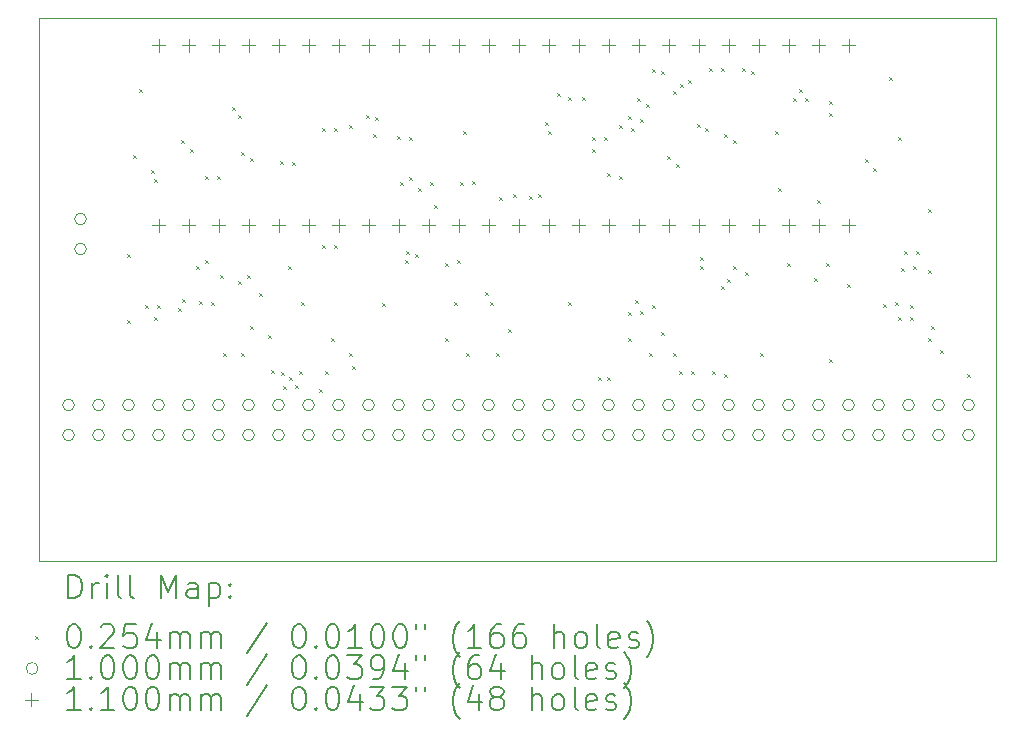
<source format=gbr>
%FSLAX45Y45*%
G04 Gerber Fmt 4.5, Leading zero omitted, Abs format (unit mm)*
G04 Created by KiCad (PCBNEW (6.0.5)) date 2024-08-24 22:29:05*
%MOMM*%
%LPD*%
G01*
G04 APERTURE LIST*
%TA.AperFunction,Profile*%
%ADD10C,0.100000*%
%TD*%
%ADD11C,0.200000*%
%ADD12C,0.025400*%
%ADD13C,0.100000*%
%ADD14C,0.110000*%
G04 APERTURE END LIST*
D10*
X16916400Y-11328400D02*
X8813800Y-11328400D01*
X16916400Y-11328400D02*
X16916400Y-6731000D01*
X16916400Y-6731000D02*
X8813800Y-6731000D01*
X8813800Y-11328400D02*
X8813800Y-6731000D01*
D11*
D12*
X9563100Y-8724900D02*
X9588500Y-8750300D01*
X9588500Y-8724900D02*
X9563100Y-8750300D01*
X9563100Y-9283700D02*
X9588500Y-9309100D01*
X9588500Y-9283700D02*
X9563100Y-9309100D01*
X9613900Y-7886700D02*
X9639300Y-7912100D01*
X9639300Y-7886700D02*
X9613900Y-7912100D01*
X9664700Y-7327900D02*
X9690100Y-7353300D01*
X9690100Y-7327900D02*
X9664700Y-7353300D01*
X9715500Y-9156700D02*
X9740900Y-9182100D01*
X9740900Y-9156700D02*
X9715500Y-9182100D01*
X9766300Y-8013700D02*
X9791700Y-8039100D01*
X9791700Y-8013700D02*
X9766300Y-8039100D01*
X9791700Y-8089900D02*
X9817100Y-8115300D01*
X9817100Y-8089900D02*
X9791700Y-8115300D01*
X9791700Y-9258300D02*
X9817100Y-9283700D01*
X9817100Y-9258300D02*
X9791700Y-9283700D01*
X9817100Y-9156700D02*
X9842500Y-9182100D01*
X9842500Y-9156700D02*
X9817100Y-9182100D01*
X9994900Y-9182100D02*
X10020300Y-9207500D01*
X10020300Y-9182100D02*
X9994900Y-9207500D01*
X10020300Y-7759700D02*
X10045700Y-7785100D01*
X10045700Y-7759700D02*
X10020300Y-7785100D01*
X10029948Y-9112004D02*
X10055348Y-9137404D01*
X10055348Y-9112004D02*
X10029948Y-9137404D01*
X10096500Y-7835900D02*
X10121900Y-7861300D01*
X10121900Y-7835900D02*
X10096500Y-7861300D01*
X10147300Y-8826500D02*
X10172700Y-8851900D01*
X10172700Y-8826500D02*
X10147300Y-8851900D01*
X10172700Y-9131138D02*
X10198100Y-9156538D01*
X10198100Y-9131138D02*
X10172700Y-9156538D01*
X10223500Y-8064500D02*
X10248900Y-8089900D01*
X10248900Y-8064500D02*
X10223500Y-8089900D01*
X10223500Y-8775700D02*
X10248900Y-8801100D01*
X10248900Y-8775700D02*
X10223500Y-8801100D01*
X10274300Y-9131300D02*
X10299700Y-9156700D01*
X10299700Y-9131300D02*
X10274300Y-9156700D01*
X10325100Y-8064500D02*
X10350500Y-8089900D01*
X10350500Y-8064500D02*
X10325100Y-8089900D01*
X10350500Y-8902700D02*
X10375900Y-8928100D01*
X10375900Y-8902700D02*
X10350500Y-8928100D01*
X10375900Y-9563100D02*
X10401300Y-9588500D01*
X10401300Y-9563100D02*
X10375900Y-9588500D01*
X10452100Y-7480300D02*
X10477500Y-7505700D01*
X10477500Y-7480300D02*
X10452100Y-7505700D01*
X10502900Y-7550520D02*
X10528300Y-7575920D01*
X10528300Y-7550520D02*
X10502900Y-7575920D01*
X10502900Y-8953500D02*
X10528300Y-8978900D01*
X10528300Y-8953500D02*
X10502900Y-8978900D01*
X10528300Y-7861300D02*
X10553700Y-7886700D01*
X10553700Y-7861300D02*
X10528300Y-7886700D01*
X10528300Y-9563100D02*
X10553700Y-9588500D01*
X10553700Y-9563100D02*
X10528300Y-9588500D01*
X10579100Y-8902700D02*
X10604500Y-8928100D01*
X10604500Y-8902700D02*
X10579100Y-8928100D01*
X10604500Y-7912100D02*
X10629900Y-7937500D01*
X10629900Y-7912100D02*
X10604500Y-7937500D01*
X10604500Y-9334500D02*
X10629900Y-9359900D01*
X10629900Y-9334500D02*
X10604500Y-9359900D01*
X10680700Y-9055100D02*
X10706100Y-9080500D01*
X10706100Y-9055100D02*
X10680700Y-9080500D01*
X10756900Y-9410700D02*
X10782300Y-9436100D01*
X10782300Y-9410700D02*
X10756900Y-9436100D01*
X10782300Y-9709520D02*
X10807700Y-9734920D01*
X10807700Y-9709520D02*
X10782300Y-9734920D01*
X10858500Y-7937500D02*
X10883900Y-7962900D01*
X10883900Y-7937500D02*
X10858500Y-7962900D01*
X10864604Y-9731252D02*
X10890004Y-9756652D01*
X10890004Y-9731252D02*
X10864604Y-9756652D01*
X10883900Y-9842500D02*
X10909300Y-9867900D01*
X10909300Y-9842500D02*
X10883900Y-9867900D01*
X10928880Y-8832480D02*
X10954280Y-8857880D01*
X10954280Y-8832480D02*
X10928880Y-8857880D01*
X10934700Y-9766300D02*
X10960100Y-9791700D01*
X10960100Y-9766300D02*
X10934700Y-9791700D01*
X10960100Y-7947129D02*
X10985500Y-7972529D01*
X10985500Y-7947129D02*
X10960100Y-7972529D01*
X10981626Y-9838626D02*
X11007026Y-9864026D01*
X11007026Y-9838626D02*
X10981626Y-9864026D01*
X11017676Y-9722276D02*
X11043076Y-9747676D01*
X11043076Y-9722276D02*
X11017676Y-9747676D01*
X11036300Y-9131300D02*
X11061700Y-9156700D01*
X11061700Y-9131300D02*
X11036300Y-9156700D01*
X11188700Y-9867900D02*
X11214100Y-9893300D01*
X11214100Y-9867900D02*
X11188700Y-9893300D01*
X11214100Y-7658100D02*
X11239500Y-7683500D01*
X11239500Y-7658100D02*
X11214100Y-7683500D01*
X11214100Y-8648700D02*
X11239500Y-8674100D01*
X11239500Y-8648700D02*
X11214100Y-8674100D01*
X11239500Y-9715500D02*
X11264900Y-9740900D01*
X11264900Y-9715500D02*
X11239500Y-9740900D01*
X11290300Y-9442080D02*
X11315700Y-9467480D01*
X11315700Y-9442080D02*
X11290300Y-9467480D01*
X11315700Y-7658100D02*
X11341100Y-7683500D01*
X11341100Y-7658100D02*
X11315700Y-7683500D01*
X11315700Y-8648700D02*
X11341100Y-8674100D01*
X11341100Y-8648700D02*
X11315700Y-8674100D01*
X11442700Y-7632700D02*
X11468100Y-7658100D01*
X11468100Y-7632700D02*
X11442700Y-7658100D01*
X11442700Y-9563100D02*
X11468100Y-9588500D01*
X11468100Y-9563100D02*
X11442700Y-9588500D01*
X11468320Y-9676621D02*
X11493720Y-9702021D01*
X11493720Y-9676621D02*
X11468320Y-9702021D01*
X11589637Y-7550198D02*
X11615037Y-7575598D01*
X11615037Y-7550198D02*
X11589637Y-7575598D01*
X11645900Y-7708900D02*
X11671300Y-7734300D01*
X11671300Y-7708900D02*
X11645900Y-7734300D01*
X11665480Y-7569940D02*
X11690880Y-7595340D01*
X11690880Y-7569940D02*
X11665480Y-7595340D01*
X11722100Y-9140929D02*
X11747500Y-9166329D01*
X11747500Y-9140929D02*
X11722100Y-9166329D01*
X11849100Y-7728330D02*
X11874500Y-7753730D01*
X11874500Y-7728330D02*
X11849100Y-7753730D01*
X11874500Y-8115300D02*
X11899900Y-8140700D01*
X11899900Y-8115300D02*
X11874500Y-8140700D01*
X11920171Y-8783520D02*
X11945571Y-8808920D01*
X11945571Y-8783520D02*
X11920171Y-8808920D01*
X11925300Y-8705318D02*
X11950700Y-8730718D01*
X11950700Y-8705318D02*
X11925300Y-8730718D01*
X11950700Y-7734300D02*
X11976100Y-7759700D01*
X11976100Y-7734300D02*
X11950700Y-7759700D01*
X11952617Y-8080271D02*
X11978017Y-8105671D01*
X11978017Y-8080271D02*
X11952617Y-8105671D01*
X12001500Y-8724900D02*
X12026900Y-8750300D01*
X12026900Y-8724900D02*
X12001500Y-8750300D01*
X12026900Y-8166100D02*
X12052300Y-8191500D01*
X12052300Y-8166100D02*
X12026900Y-8191500D01*
X12128500Y-8115300D02*
X12153900Y-8140700D01*
X12153900Y-8115300D02*
X12128500Y-8140700D01*
X12160555Y-8311449D02*
X12185955Y-8336849D01*
X12185955Y-8311449D02*
X12160555Y-8336849D01*
X12255500Y-8801100D02*
X12280900Y-8826500D01*
X12280900Y-8801100D02*
X12255500Y-8826500D01*
X12255500Y-9442080D02*
X12280900Y-9467480D01*
X12280900Y-9442080D02*
X12255500Y-9467480D01*
X12331700Y-9131300D02*
X12357100Y-9156700D01*
X12357100Y-9131300D02*
X12331700Y-9156700D01*
X12357100Y-8775700D02*
X12382500Y-8801100D01*
X12382500Y-8775700D02*
X12357100Y-8801100D01*
X12382500Y-8115300D02*
X12407900Y-8140700D01*
X12407900Y-8115300D02*
X12382500Y-8140700D01*
X12407900Y-7689480D02*
X12433300Y-7714880D01*
X12433300Y-7689480D02*
X12407900Y-7714880D01*
X12433300Y-9563100D02*
X12458700Y-9588500D01*
X12458700Y-9563100D02*
X12433300Y-9588500D01*
X12486270Y-8109320D02*
X12511670Y-8134720D01*
X12511670Y-8109320D02*
X12486270Y-8134720D01*
X12591520Y-9052603D02*
X12616920Y-9078003D01*
X12616920Y-9052603D02*
X12591520Y-9078003D01*
X12636500Y-9131300D02*
X12661900Y-9156700D01*
X12661900Y-9131300D02*
X12636500Y-9156700D01*
X12687300Y-9563100D02*
X12712700Y-9588500D01*
X12712700Y-9563100D02*
X12687300Y-9588500D01*
X12712700Y-8242300D02*
X12738100Y-8267700D01*
X12738100Y-8242300D02*
X12712700Y-8267700D01*
X12788900Y-9359900D02*
X12814300Y-9385300D01*
X12814300Y-9359900D02*
X12788900Y-9385300D01*
X12833880Y-8222880D02*
X12859280Y-8248280D01*
X12859280Y-8222880D02*
X12833880Y-8248280D01*
X12965721Y-8236493D02*
X12991121Y-8261893D01*
X12991121Y-8236493D02*
X12965721Y-8261893D01*
X13042900Y-8222880D02*
X13068300Y-8248280D01*
X13068300Y-8222880D02*
X13042900Y-8248280D01*
X13097928Y-7613122D02*
X13123328Y-7638522D01*
X13123328Y-7613122D02*
X13097928Y-7638522D01*
X13131186Y-7684086D02*
X13156586Y-7709486D01*
X13156586Y-7684086D02*
X13131186Y-7709486D01*
X13200855Y-7368747D02*
X13226255Y-7394147D01*
X13226255Y-7368747D02*
X13200855Y-7394147D01*
X13296900Y-9131300D02*
X13322300Y-9156700D01*
X13322300Y-9131300D02*
X13296900Y-9156700D01*
X13297216Y-7403938D02*
X13322616Y-7429338D01*
X13322616Y-7403938D02*
X13297216Y-7429338D01*
X13411114Y-7403938D02*
X13436514Y-7429338D01*
X13436514Y-7403938D02*
X13411114Y-7429338D01*
X13500100Y-7734300D02*
X13525500Y-7759700D01*
X13525500Y-7734300D02*
X13500100Y-7759700D01*
X13500100Y-7835900D02*
X13525500Y-7861300D01*
X13525500Y-7835900D02*
X13500100Y-7861300D01*
X13548730Y-9772280D02*
X13574130Y-9797680D01*
X13574130Y-9772280D02*
X13548730Y-9797680D01*
X13601700Y-7734300D02*
X13627100Y-7759700D01*
X13627100Y-7734300D02*
X13601700Y-7759700D01*
X13627100Y-8039100D02*
X13652500Y-8064500D01*
X13652500Y-8039100D02*
X13627100Y-8064500D01*
X13627100Y-9772280D02*
X13652500Y-9797680D01*
X13652500Y-9772280D02*
X13627100Y-9797680D01*
X13728700Y-7632700D02*
X13754100Y-7658100D01*
X13754100Y-7632700D02*
X13728700Y-7658100D01*
X13728700Y-8064500D02*
X13754100Y-8089900D01*
X13754100Y-8064500D02*
X13728700Y-8089900D01*
X13804900Y-7556500D02*
X13830300Y-7581900D01*
X13830300Y-7556500D02*
X13804900Y-7581900D01*
X13804900Y-9217129D02*
X13830300Y-9242529D01*
X13830300Y-9217129D02*
X13804900Y-9242529D01*
X13804900Y-9442080D02*
X13830300Y-9467480D01*
X13830300Y-9442080D02*
X13804900Y-9467480D01*
X13830300Y-7658100D02*
X13855700Y-7683500D01*
X13855700Y-7658100D02*
X13830300Y-7683500D01*
X13866166Y-9117933D02*
X13891566Y-9143333D01*
X13891566Y-9117933D02*
X13866166Y-9143333D01*
X13881100Y-7404100D02*
X13906500Y-7429500D01*
X13906500Y-7404100D02*
X13881100Y-7429500D01*
X13906500Y-7587880D02*
X13931900Y-7613280D01*
X13931900Y-7587880D02*
X13906500Y-7613280D01*
X13906500Y-9207500D02*
X13931900Y-9232900D01*
X13931900Y-9207500D02*
X13906500Y-9232900D01*
X13957300Y-7454900D02*
X13982700Y-7480300D01*
X13982700Y-7454900D02*
X13957300Y-7480300D01*
X13982700Y-9563100D02*
X14008100Y-9588500D01*
X14008100Y-9563100D02*
X13982700Y-9588500D01*
X14006548Y-7165675D02*
X14031948Y-7191075D01*
X14031948Y-7165675D02*
X14006548Y-7191075D01*
X14008100Y-9156700D02*
X14033500Y-9182100D01*
X14033500Y-9156700D02*
X14008100Y-9182100D01*
X14084300Y-7175500D02*
X14109700Y-7200900D01*
X14109700Y-7175500D02*
X14084300Y-7200900D01*
X14084300Y-9385300D02*
X14109700Y-9410700D01*
X14109700Y-9385300D02*
X14084300Y-9410700D01*
X14135100Y-7901776D02*
X14160500Y-7927176D01*
X14160500Y-7901776D02*
X14135100Y-7927176D01*
X14186841Y-7345805D02*
X14212241Y-7371205D01*
X14212241Y-7345805D02*
X14186841Y-7371205D01*
X14187950Y-9563100D02*
X14213350Y-9588500D01*
X14213350Y-9563100D02*
X14187950Y-9588500D01*
X14211300Y-7962900D02*
X14236700Y-7988300D01*
X14236700Y-7962900D02*
X14211300Y-7988300D01*
X14236700Y-9715500D02*
X14262100Y-9740900D01*
X14262100Y-9715500D02*
X14236700Y-9740900D01*
X14243989Y-7289025D02*
X14269389Y-7314425D01*
X14269389Y-7289025D02*
X14243989Y-7314425D01*
X14312900Y-7251700D02*
X14338300Y-7277100D01*
X14338300Y-7251700D02*
X14312900Y-7277100D01*
X14338300Y-9715500D02*
X14363700Y-9740900D01*
X14363700Y-9715500D02*
X14338300Y-9740900D01*
X14385623Y-7631442D02*
X14411023Y-7656842D01*
X14411023Y-7631442D02*
X14385623Y-7656842D01*
X14414500Y-8750300D02*
X14439900Y-8775700D01*
X14439900Y-8750300D02*
X14414500Y-8775700D01*
X14414500Y-8828670D02*
X14439900Y-8854070D01*
X14439900Y-8828670D02*
X14414500Y-8854070D01*
X14459320Y-7658100D02*
X14484720Y-7683500D01*
X14484720Y-7658100D02*
X14459320Y-7683500D01*
X14488530Y-7150100D02*
X14513930Y-7175500D01*
X14513930Y-7150100D02*
X14488530Y-7175500D01*
X14516100Y-9715500D02*
X14541500Y-9740900D01*
X14541500Y-9715500D02*
X14516100Y-9740900D01*
X14592300Y-7150100D02*
X14617700Y-7175500D01*
X14617700Y-7150100D02*
X14592300Y-7175500D01*
X14596032Y-9000568D02*
X14621432Y-9025968D01*
X14621432Y-9000568D02*
X14596032Y-9025968D01*
X14617700Y-7708900D02*
X14643100Y-7734300D01*
X14643100Y-7708900D02*
X14617700Y-7734300D01*
X14617700Y-9740900D02*
X14643100Y-9766300D01*
X14643100Y-9740900D02*
X14617700Y-9766300D01*
X14645795Y-8940024D02*
X14671195Y-8965424D01*
X14671195Y-8940024D02*
X14645795Y-8965424D01*
X14693900Y-7759700D02*
X14719300Y-7785100D01*
X14719300Y-7759700D02*
X14693900Y-7785100D01*
X14693900Y-8826500D02*
X14719300Y-8851900D01*
X14719300Y-8826500D02*
X14693900Y-8851900D01*
X14770100Y-7150100D02*
X14795500Y-7175500D01*
X14795500Y-7150100D02*
X14770100Y-7175500D01*
X14795500Y-8877300D02*
X14820900Y-8902700D01*
X14820900Y-8877300D02*
X14795500Y-8902700D01*
X14846300Y-7175500D02*
X14871700Y-7200900D01*
X14871700Y-7175500D02*
X14846300Y-7200900D01*
X14922500Y-9563100D02*
X14947900Y-9588500D01*
X14947900Y-9563100D02*
X14922500Y-9588500D01*
X15049500Y-7683500D02*
X15074900Y-7708900D01*
X15074900Y-7683500D02*
X15049500Y-7708900D01*
X15074900Y-8166100D02*
X15100300Y-8191500D01*
X15100300Y-8166100D02*
X15074900Y-8191500D01*
X15151100Y-8801100D02*
X15176500Y-8826500D01*
X15176500Y-8801100D02*
X15151100Y-8826500D01*
X15201900Y-7404100D02*
X15227300Y-7429500D01*
X15227300Y-7404100D02*
X15201900Y-7429500D01*
X15252700Y-7327900D02*
X15278100Y-7353300D01*
X15278100Y-7327900D02*
X15252700Y-7353300D01*
X15303500Y-7404100D02*
X15328900Y-7429500D01*
X15328900Y-7404100D02*
X15303500Y-7429500D01*
X15379700Y-8928100D02*
X15405100Y-8953500D01*
X15405100Y-8928100D02*
X15379700Y-8953500D01*
X15405100Y-8267700D02*
X15430500Y-8293100D01*
X15430500Y-8267700D02*
X15405100Y-8293100D01*
X15481300Y-8801100D02*
X15506700Y-8826500D01*
X15506700Y-8801100D02*
X15481300Y-8826500D01*
X15506700Y-7429500D02*
X15532100Y-7454900D01*
X15532100Y-7429500D02*
X15506700Y-7454900D01*
X15506700Y-7531100D02*
X15532100Y-7556500D01*
X15532100Y-7531100D02*
X15506700Y-7556500D01*
X15506700Y-9613900D02*
X15532100Y-9639300D01*
X15532100Y-9613900D02*
X15506700Y-9639300D01*
X15659100Y-8978900D02*
X15684500Y-9004300D01*
X15684500Y-8978900D02*
X15659100Y-9004300D01*
X15811500Y-7925378D02*
X15836900Y-7950778D01*
X15836900Y-7925378D02*
X15811500Y-7950778D01*
X15877600Y-8003600D02*
X15903000Y-8029000D01*
X15903000Y-8003600D02*
X15877600Y-8029000D01*
X15963900Y-9150720D02*
X15989300Y-9176120D01*
X15989300Y-9150720D02*
X15963900Y-9176120D01*
X16014700Y-7226300D02*
X16040100Y-7251700D01*
X16040100Y-7226300D02*
X16014700Y-7251700D01*
X16065500Y-9131300D02*
X16090900Y-9156700D01*
X16090900Y-9131300D02*
X16065500Y-9156700D01*
X16090900Y-7734300D02*
X16116300Y-7759700D01*
X16116300Y-7734300D02*
X16090900Y-7759700D01*
X16090900Y-9258300D02*
X16116300Y-9283700D01*
X16116300Y-9258300D02*
X16090900Y-9283700D01*
X16119580Y-8847773D02*
X16144980Y-8873173D01*
X16144980Y-8847773D02*
X16119580Y-8873173D01*
X16141700Y-8699500D02*
X16167100Y-8724900D01*
X16167100Y-8699500D02*
X16141700Y-8724900D01*
X16192500Y-9156700D02*
X16217900Y-9182100D01*
X16217900Y-9156700D02*
X16192500Y-9182100D01*
X16192500Y-9258300D02*
X16217900Y-9283700D01*
X16217900Y-9258300D02*
X16192500Y-9283700D01*
X16217900Y-8826500D02*
X16243300Y-8851900D01*
X16243300Y-8826500D02*
X16217900Y-8851900D01*
X16243300Y-8699500D02*
X16268700Y-8724900D01*
X16268700Y-8699500D02*
X16243300Y-8724900D01*
X16344900Y-8343900D02*
X16370300Y-8369300D01*
X16370300Y-8343900D02*
X16344900Y-8369300D01*
X16344900Y-8863121D02*
X16370300Y-8888521D01*
X16370300Y-8863121D02*
X16344900Y-8888521D01*
X16344900Y-9436100D02*
X16370300Y-9461500D01*
X16370300Y-9436100D02*
X16344900Y-9461500D01*
X16370300Y-9334500D02*
X16395700Y-9359900D01*
X16395700Y-9334500D02*
X16370300Y-9359900D01*
X16446500Y-9537700D02*
X16471900Y-9563100D01*
X16471900Y-9537700D02*
X16446500Y-9563100D01*
X16675100Y-9740900D02*
X16700500Y-9766300D01*
X16700500Y-9740900D02*
X16675100Y-9766300D01*
D13*
X9117800Y-10007100D02*
G75*
G03*
X9117800Y-10007100I-50000J0D01*
G01*
X9117800Y-10261100D02*
G75*
G03*
X9117800Y-10261100I-50000J0D01*
G01*
X9219400Y-8432800D02*
G75*
G03*
X9219400Y-8432800I-50000J0D01*
G01*
X9219400Y-8686800D02*
G75*
G03*
X9219400Y-8686800I-50000J0D01*
G01*
X9371800Y-10007100D02*
G75*
G03*
X9371800Y-10007100I-50000J0D01*
G01*
X9371800Y-10261100D02*
G75*
G03*
X9371800Y-10261100I-50000J0D01*
G01*
X9625800Y-10007100D02*
G75*
G03*
X9625800Y-10007100I-50000J0D01*
G01*
X9625800Y-10261100D02*
G75*
G03*
X9625800Y-10261100I-50000J0D01*
G01*
X9879800Y-10007100D02*
G75*
G03*
X9879800Y-10007100I-50000J0D01*
G01*
X9879800Y-10261100D02*
G75*
G03*
X9879800Y-10261100I-50000J0D01*
G01*
X10133800Y-10007100D02*
G75*
G03*
X10133800Y-10007100I-50000J0D01*
G01*
X10133800Y-10261100D02*
G75*
G03*
X10133800Y-10261100I-50000J0D01*
G01*
X10387800Y-10007100D02*
G75*
G03*
X10387800Y-10007100I-50000J0D01*
G01*
X10387800Y-10261100D02*
G75*
G03*
X10387800Y-10261100I-50000J0D01*
G01*
X10641800Y-10007100D02*
G75*
G03*
X10641800Y-10007100I-50000J0D01*
G01*
X10641800Y-10261100D02*
G75*
G03*
X10641800Y-10261100I-50000J0D01*
G01*
X10895800Y-10007100D02*
G75*
G03*
X10895800Y-10007100I-50000J0D01*
G01*
X10895800Y-10261100D02*
G75*
G03*
X10895800Y-10261100I-50000J0D01*
G01*
X11149800Y-10007100D02*
G75*
G03*
X11149800Y-10007100I-50000J0D01*
G01*
X11149800Y-10261100D02*
G75*
G03*
X11149800Y-10261100I-50000J0D01*
G01*
X11403800Y-10007100D02*
G75*
G03*
X11403800Y-10007100I-50000J0D01*
G01*
X11403800Y-10261100D02*
G75*
G03*
X11403800Y-10261100I-50000J0D01*
G01*
X11657800Y-10007100D02*
G75*
G03*
X11657800Y-10007100I-50000J0D01*
G01*
X11657800Y-10261100D02*
G75*
G03*
X11657800Y-10261100I-50000J0D01*
G01*
X11911800Y-10007100D02*
G75*
G03*
X11911800Y-10007100I-50000J0D01*
G01*
X11911800Y-10261100D02*
G75*
G03*
X11911800Y-10261100I-50000J0D01*
G01*
X12165800Y-10007100D02*
G75*
G03*
X12165800Y-10007100I-50000J0D01*
G01*
X12165800Y-10261100D02*
G75*
G03*
X12165800Y-10261100I-50000J0D01*
G01*
X12419800Y-10007100D02*
G75*
G03*
X12419800Y-10007100I-50000J0D01*
G01*
X12419800Y-10261100D02*
G75*
G03*
X12419800Y-10261100I-50000J0D01*
G01*
X12673800Y-10007100D02*
G75*
G03*
X12673800Y-10007100I-50000J0D01*
G01*
X12673800Y-10261100D02*
G75*
G03*
X12673800Y-10261100I-50000J0D01*
G01*
X12927800Y-10007100D02*
G75*
G03*
X12927800Y-10007100I-50000J0D01*
G01*
X12927800Y-10261100D02*
G75*
G03*
X12927800Y-10261100I-50000J0D01*
G01*
X13181800Y-10007100D02*
G75*
G03*
X13181800Y-10007100I-50000J0D01*
G01*
X13181800Y-10261100D02*
G75*
G03*
X13181800Y-10261100I-50000J0D01*
G01*
X13435800Y-10007100D02*
G75*
G03*
X13435800Y-10007100I-50000J0D01*
G01*
X13435800Y-10261100D02*
G75*
G03*
X13435800Y-10261100I-50000J0D01*
G01*
X13689800Y-10007100D02*
G75*
G03*
X13689800Y-10007100I-50000J0D01*
G01*
X13689800Y-10261100D02*
G75*
G03*
X13689800Y-10261100I-50000J0D01*
G01*
X13943800Y-10007100D02*
G75*
G03*
X13943800Y-10007100I-50000J0D01*
G01*
X13943800Y-10261100D02*
G75*
G03*
X13943800Y-10261100I-50000J0D01*
G01*
X14197800Y-10007100D02*
G75*
G03*
X14197800Y-10007100I-50000J0D01*
G01*
X14197800Y-10261100D02*
G75*
G03*
X14197800Y-10261100I-50000J0D01*
G01*
X14451800Y-10007100D02*
G75*
G03*
X14451800Y-10007100I-50000J0D01*
G01*
X14451800Y-10261100D02*
G75*
G03*
X14451800Y-10261100I-50000J0D01*
G01*
X14705800Y-10007100D02*
G75*
G03*
X14705800Y-10007100I-50000J0D01*
G01*
X14705800Y-10261100D02*
G75*
G03*
X14705800Y-10261100I-50000J0D01*
G01*
X14959800Y-10007100D02*
G75*
G03*
X14959800Y-10007100I-50000J0D01*
G01*
X14959800Y-10261100D02*
G75*
G03*
X14959800Y-10261100I-50000J0D01*
G01*
X15213800Y-10007100D02*
G75*
G03*
X15213800Y-10007100I-50000J0D01*
G01*
X15213800Y-10261100D02*
G75*
G03*
X15213800Y-10261100I-50000J0D01*
G01*
X15467800Y-10007100D02*
G75*
G03*
X15467800Y-10007100I-50000J0D01*
G01*
X15467800Y-10261100D02*
G75*
G03*
X15467800Y-10261100I-50000J0D01*
G01*
X15721800Y-10007100D02*
G75*
G03*
X15721800Y-10007100I-50000J0D01*
G01*
X15721800Y-10261100D02*
G75*
G03*
X15721800Y-10261100I-50000J0D01*
G01*
X15975800Y-10007100D02*
G75*
G03*
X15975800Y-10007100I-50000J0D01*
G01*
X15975800Y-10261100D02*
G75*
G03*
X15975800Y-10261100I-50000J0D01*
G01*
X16229800Y-10007100D02*
G75*
G03*
X16229800Y-10007100I-50000J0D01*
G01*
X16229800Y-10261100D02*
G75*
G03*
X16229800Y-10261100I-50000J0D01*
G01*
X16483800Y-10007100D02*
G75*
G03*
X16483800Y-10007100I-50000J0D01*
G01*
X16483800Y-10261100D02*
G75*
G03*
X16483800Y-10261100I-50000J0D01*
G01*
X16737800Y-10007100D02*
G75*
G03*
X16737800Y-10007100I-50000J0D01*
G01*
X16737800Y-10261100D02*
G75*
G03*
X16737800Y-10261100I-50000J0D01*
G01*
D14*
X9829800Y-6904600D02*
X9829800Y-7014600D01*
X9774800Y-6959600D02*
X9884800Y-6959600D01*
X9829800Y-8428600D02*
X9829800Y-8538600D01*
X9774800Y-8483600D02*
X9884800Y-8483600D01*
X10083800Y-6904600D02*
X10083800Y-7014600D01*
X10028800Y-6959600D02*
X10138800Y-6959600D01*
X10083800Y-8428600D02*
X10083800Y-8538600D01*
X10028800Y-8483600D02*
X10138800Y-8483600D01*
X10337800Y-6904600D02*
X10337800Y-7014600D01*
X10282800Y-6959600D02*
X10392800Y-6959600D01*
X10337800Y-8428600D02*
X10337800Y-8538600D01*
X10282800Y-8483600D02*
X10392800Y-8483600D01*
X10591800Y-6904600D02*
X10591800Y-7014600D01*
X10536800Y-6959600D02*
X10646800Y-6959600D01*
X10591800Y-8428600D02*
X10591800Y-8538600D01*
X10536800Y-8483600D02*
X10646800Y-8483600D01*
X10845800Y-6904600D02*
X10845800Y-7014600D01*
X10790800Y-6959600D02*
X10900800Y-6959600D01*
X10845800Y-8428600D02*
X10845800Y-8538600D01*
X10790800Y-8483600D02*
X10900800Y-8483600D01*
X11099800Y-6904600D02*
X11099800Y-7014600D01*
X11044800Y-6959600D02*
X11154800Y-6959600D01*
X11099800Y-8428600D02*
X11099800Y-8538600D01*
X11044800Y-8483600D02*
X11154800Y-8483600D01*
X11353800Y-6904600D02*
X11353800Y-7014600D01*
X11298800Y-6959600D02*
X11408800Y-6959600D01*
X11353800Y-8428600D02*
X11353800Y-8538600D01*
X11298800Y-8483600D02*
X11408800Y-8483600D01*
X11607800Y-6904600D02*
X11607800Y-7014600D01*
X11552800Y-6959600D02*
X11662800Y-6959600D01*
X11607800Y-8428600D02*
X11607800Y-8538600D01*
X11552800Y-8483600D02*
X11662800Y-8483600D01*
X11861800Y-6904600D02*
X11861800Y-7014600D01*
X11806800Y-6959600D02*
X11916800Y-6959600D01*
X11861800Y-8428600D02*
X11861800Y-8538600D01*
X11806800Y-8483600D02*
X11916800Y-8483600D01*
X12115800Y-6904600D02*
X12115800Y-7014600D01*
X12060800Y-6959600D02*
X12170800Y-6959600D01*
X12115800Y-8428600D02*
X12115800Y-8538600D01*
X12060800Y-8483600D02*
X12170800Y-8483600D01*
X12369800Y-6904600D02*
X12369800Y-7014600D01*
X12314800Y-6959600D02*
X12424800Y-6959600D01*
X12369800Y-8428600D02*
X12369800Y-8538600D01*
X12314800Y-8483600D02*
X12424800Y-8483600D01*
X12623800Y-6904600D02*
X12623800Y-7014600D01*
X12568800Y-6959600D02*
X12678800Y-6959600D01*
X12623800Y-8428600D02*
X12623800Y-8538600D01*
X12568800Y-8483600D02*
X12678800Y-8483600D01*
X12877800Y-6904600D02*
X12877800Y-7014600D01*
X12822800Y-6959600D02*
X12932800Y-6959600D01*
X12877800Y-8428600D02*
X12877800Y-8538600D01*
X12822800Y-8483600D02*
X12932800Y-8483600D01*
X13131800Y-6904600D02*
X13131800Y-7014600D01*
X13076800Y-6959600D02*
X13186800Y-6959600D01*
X13131800Y-8428600D02*
X13131800Y-8538600D01*
X13076800Y-8483600D02*
X13186800Y-8483600D01*
X13385800Y-6904600D02*
X13385800Y-7014600D01*
X13330800Y-6959600D02*
X13440800Y-6959600D01*
X13385800Y-8428600D02*
X13385800Y-8538600D01*
X13330800Y-8483600D02*
X13440800Y-8483600D01*
X13639800Y-6904600D02*
X13639800Y-7014600D01*
X13584800Y-6959600D02*
X13694800Y-6959600D01*
X13639800Y-8428600D02*
X13639800Y-8538600D01*
X13584800Y-8483600D02*
X13694800Y-8483600D01*
X13893800Y-6904600D02*
X13893800Y-7014600D01*
X13838800Y-6959600D02*
X13948800Y-6959600D01*
X13893800Y-8428600D02*
X13893800Y-8538600D01*
X13838800Y-8483600D02*
X13948800Y-8483600D01*
X14147800Y-6904600D02*
X14147800Y-7014600D01*
X14092800Y-6959600D02*
X14202800Y-6959600D01*
X14147800Y-8428600D02*
X14147800Y-8538600D01*
X14092800Y-8483600D02*
X14202800Y-8483600D01*
X14401800Y-6904600D02*
X14401800Y-7014600D01*
X14346800Y-6959600D02*
X14456800Y-6959600D01*
X14401800Y-8428600D02*
X14401800Y-8538600D01*
X14346800Y-8483600D02*
X14456800Y-8483600D01*
X14655800Y-6904600D02*
X14655800Y-7014600D01*
X14600800Y-6959600D02*
X14710800Y-6959600D01*
X14655800Y-8428600D02*
X14655800Y-8538600D01*
X14600800Y-8483600D02*
X14710800Y-8483600D01*
X14909800Y-6904600D02*
X14909800Y-7014600D01*
X14854800Y-6959600D02*
X14964800Y-6959600D01*
X14909800Y-8428600D02*
X14909800Y-8538600D01*
X14854800Y-8483600D02*
X14964800Y-8483600D01*
X15163800Y-6904600D02*
X15163800Y-7014600D01*
X15108800Y-6959600D02*
X15218800Y-6959600D01*
X15163800Y-8428600D02*
X15163800Y-8538600D01*
X15108800Y-8483600D02*
X15218800Y-8483600D01*
X15417800Y-6904600D02*
X15417800Y-7014600D01*
X15362800Y-6959600D02*
X15472800Y-6959600D01*
X15417800Y-8428600D02*
X15417800Y-8538600D01*
X15362800Y-8483600D02*
X15472800Y-8483600D01*
X15671800Y-6904600D02*
X15671800Y-7014600D01*
X15616800Y-6959600D02*
X15726800Y-6959600D01*
X15671800Y-8428600D02*
X15671800Y-8538600D01*
X15616800Y-8483600D02*
X15726800Y-8483600D01*
D11*
X9066419Y-11643876D02*
X9066419Y-11443876D01*
X9114038Y-11443876D01*
X9142610Y-11453400D01*
X9161657Y-11472448D01*
X9171181Y-11491495D01*
X9180705Y-11529590D01*
X9180705Y-11558162D01*
X9171181Y-11596257D01*
X9161657Y-11615305D01*
X9142610Y-11634352D01*
X9114038Y-11643876D01*
X9066419Y-11643876D01*
X9266419Y-11643876D02*
X9266419Y-11510543D01*
X9266419Y-11548638D02*
X9275943Y-11529590D01*
X9285467Y-11520067D01*
X9304514Y-11510543D01*
X9323562Y-11510543D01*
X9390229Y-11643876D02*
X9390229Y-11510543D01*
X9390229Y-11443876D02*
X9380705Y-11453400D01*
X9390229Y-11462924D01*
X9399752Y-11453400D01*
X9390229Y-11443876D01*
X9390229Y-11462924D01*
X9514038Y-11643876D02*
X9494990Y-11634352D01*
X9485467Y-11615305D01*
X9485467Y-11443876D01*
X9618800Y-11643876D02*
X9599752Y-11634352D01*
X9590229Y-11615305D01*
X9590229Y-11443876D01*
X9847371Y-11643876D02*
X9847371Y-11443876D01*
X9914038Y-11586733D01*
X9980705Y-11443876D01*
X9980705Y-11643876D01*
X10161657Y-11643876D02*
X10161657Y-11539114D01*
X10152133Y-11520067D01*
X10133086Y-11510543D01*
X10094990Y-11510543D01*
X10075943Y-11520067D01*
X10161657Y-11634352D02*
X10142610Y-11643876D01*
X10094990Y-11643876D01*
X10075943Y-11634352D01*
X10066419Y-11615305D01*
X10066419Y-11596257D01*
X10075943Y-11577209D01*
X10094990Y-11567686D01*
X10142610Y-11567686D01*
X10161657Y-11558162D01*
X10256895Y-11510543D02*
X10256895Y-11710543D01*
X10256895Y-11520067D02*
X10275943Y-11510543D01*
X10314038Y-11510543D01*
X10333086Y-11520067D01*
X10342610Y-11529590D01*
X10352133Y-11548638D01*
X10352133Y-11605781D01*
X10342610Y-11624828D01*
X10333086Y-11634352D01*
X10314038Y-11643876D01*
X10275943Y-11643876D01*
X10256895Y-11634352D01*
X10437848Y-11624828D02*
X10447371Y-11634352D01*
X10437848Y-11643876D01*
X10428324Y-11634352D01*
X10437848Y-11624828D01*
X10437848Y-11643876D01*
X10437848Y-11520067D02*
X10447371Y-11529590D01*
X10437848Y-11539114D01*
X10428324Y-11529590D01*
X10437848Y-11520067D01*
X10437848Y-11539114D01*
D12*
X8783400Y-11960700D02*
X8808800Y-11986100D01*
X8808800Y-11960700D02*
X8783400Y-11986100D01*
D11*
X9104514Y-11863876D02*
X9123562Y-11863876D01*
X9142610Y-11873400D01*
X9152133Y-11882924D01*
X9161657Y-11901971D01*
X9171181Y-11940067D01*
X9171181Y-11987686D01*
X9161657Y-12025781D01*
X9152133Y-12044828D01*
X9142610Y-12054352D01*
X9123562Y-12063876D01*
X9104514Y-12063876D01*
X9085467Y-12054352D01*
X9075943Y-12044828D01*
X9066419Y-12025781D01*
X9056895Y-11987686D01*
X9056895Y-11940067D01*
X9066419Y-11901971D01*
X9075943Y-11882924D01*
X9085467Y-11873400D01*
X9104514Y-11863876D01*
X9256895Y-12044828D02*
X9266419Y-12054352D01*
X9256895Y-12063876D01*
X9247371Y-12054352D01*
X9256895Y-12044828D01*
X9256895Y-12063876D01*
X9342610Y-11882924D02*
X9352133Y-11873400D01*
X9371181Y-11863876D01*
X9418800Y-11863876D01*
X9437848Y-11873400D01*
X9447371Y-11882924D01*
X9456895Y-11901971D01*
X9456895Y-11921019D01*
X9447371Y-11949590D01*
X9333086Y-12063876D01*
X9456895Y-12063876D01*
X9637848Y-11863876D02*
X9542610Y-11863876D01*
X9533086Y-11959114D01*
X9542610Y-11949590D01*
X9561657Y-11940067D01*
X9609276Y-11940067D01*
X9628324Y-11949590D01*
X9637848Y-11959114D01*
X9647371Y-11978162D01*
X9647371Y-12025781D01*
X9637848Y-12044828D01*
X9628324Y-12054352D01*
X9609276Y-12063876D01*
X9561657Y-12063876D01*
X9542610Y-12054352D01*
X9533086Y-12044828D01*
X9818800Y-11930543D02*
X9818800Y-12063876D01*
X9771181Y-11854352D02*
X9723562Y-11997209D01*
X9847371Y-11997209D01*
X9923562Y-12063876D02*
X9923562Y-11930543D01*
X9923562Y-11949590D02*
X9933086Y-11940067D01*
X9952133Y-11930543D01*
X9980705Y-11930543D01*
X9999752Y-11940067D01*
X10009276Y-11959114D01*
X10009276Y-12063876D01*
X10009276Y-11959114D02*
X10018800Y-11940067D01*
X10037848Y-11930543D01*
X10066419Y-11930543D01*
X10085467Y-11940067D01*
X10094990Y-11959114D01*
X10094990Y-12063876D01*
X10190229Y-12063876D02*
X10190229Y-11930543D01*
X10190229Y-11949590D02*
X10199752Y-11940067D01*
X10218800Y-11930543D01*
X10247371Y-11930543D01*
X10266419Y-11940067D01*
X10275943Y-11959114D01*
X10275943Y-12063876D01*
X10275943Y-11959114D02*
X10285467Y-11940067D01*
X10304514Y-11930543D01*
X10333086Y-11930543D01*
X10352133Y-11940067D01*
X10361657Y-11959114D01*
X10361657Y-12063876D01*
X10752133Y-11854352D02*
X10580705Y-12111495D01*
X11009276Y-11863876D02*
X11028324Y-11863876D01*
X11047371Y-11873400D01*
X11056895Y-11882924D01*
X11066419Y-11901971D01*
X11075943Y-11940067D01*
X11075943Y-11987686D01*
X11066419Y-12025781D01*
X11056895Y-12044828D01*
X11047371Y-12054352D01*
X11028324Y-12063876D01*
X11009276Y-12063876D01*
X10990229Y-12054352D01*
X10980705Y-12044828D01*
X10971181Y-12025781D01*
X10961657Y-11987686D01*
X10961657Y-11940067D01*
X10971181Y-11901971D01*
X10980705Y-11882924D01*
X10990229Y-11873400D01*
X11009276Y-11863876D01*
X11161657Y-12044828D02*
X11171181Y-12054352D01*
X11161657Y-12063876D01*
X11152133Y-12054352D01*
X11161657Y-12044828D01*
X11161657Y-12063876D01*
X11294990Y-11863876D02*
X11314038Y-11863876D01*
X11333086Y-11873400D01*
X11342609Y-11882924D01*
X11352133Y-11901971D01*
X11361657Y-11940067D01*
X11361657Y-11987686D01*
X11352133Y-12025781D01*
X11342609Y-12044828D01*
X11333086Y-12054352D01*
X11314038Y-12063876D01*
X11294990Y-12063876D01*
X11275943Y-12054352D01*
X11266419Y-12044828D01*
X11256895Y-12025781D01*
X11247371Y-11987686D01*
X11247371Y-11940067D01*
X11256895Y-11901971D01*
X11266419Y-11882924D01*
X11275943Y-11873400D01*
X11294990Y-11863876D01*
X11552133Y-12063876D02*
X11437848Y-12063876D01*
X11494990Y-12063876D02*
X11494990Y-11863876D01*
X11475943Y-11892448D01*
X11456895Y-11911495D01*
X11437848Y-11921019D01*
X11675943Y-11863876D02*
X11694990Y-11863876D01*
X11714038Y-11873400D01*
X11723562Y-11882924D01*
X11733086Y-11901971D01*
X11742609Y-11940067D01*
X11742609Y-11987686D01*
X11733086Y-12025781D01*
X11723562Y-12044828D01*
X11714038Y-12054352D01*
X11694990Y-12063876D01*
X11675943Y-12063876D01*
X11656895Y-12054352D01*
X11647371Y-12044828D01*
X11637848Y-12025781D01*
X11628324Y-11987686D01*
X11628324Y-11940067D01*
X11637848Y-11901971D01*
X11647371Y-11882924D01*
X11656895Y-11873400D01*
X11675943Y-11863876D01*
X11866419Y-11863876D02*
X11885467Y-11863876D01*
X11904514Y-11873400D01*
X11914038Y-11882924D01*
X11923562Y-11901971D01*
X11933086Y-11940067D01*
X11933086Y-11987686D01*
X11923562Y-12025781D01*
X11914038Y-12044828D01*
X11904514Y-12054352D01*
X11885467Y-12063876D01*
X11866419Y-12063876D01*
X11847371Y-12054352D01*
X11837848Y-12044828D01*
X11828324Y-12025781D01*
X11818800Y-11987686D01*
X11818800Y-11940067D01*
X11828324Y-11901971D01*
X11837848Y-11882924D01*
X11847371Y-11873400D01*
X11866419Y-11863876D01*
X12009276Y-11863876D02*
X12009276Y-11901971D01*
X12085467Y-11863876D02*
X12085467Y-11901971D01*
X12380705Y-12140067D02*
X12371181Y-12130543D01*
X12352133Y-12101971D01*
X12342609Y-12082924D01*
X12333086Y-12054352D01*
X12323562Y-12006733D01*
X12323562Y-11968638D01*
X12333086Y-11921019D01*
X12342609Y-11892448D01*
X12352133Y-11873400D01*
X12371181Y-11844828D01*
X12380705Y-11835305D01*
X12561657Y-12063876D02*
X12447371Y-12063876D01*
X12504514Y-12063876D02*
X12504514Y-11863876D01*
X12485467Y-11892448D01*
X12466419Y-11911495D01*
X12447371Y-11921019D01*
X12733086Y-11863876D02*
X12694990Y-11863876D01*
X12675943Y-11873400D01*
X12666419Y-11882924D01*
X12647371Y-11911495D01*
X12637848Y-11949590D01*
X12637848Y-12025781D01*
X12647371Y-12044828D01*
X12656895Y-12054352D01*
X12675943Y-12063876D01*
X12714038Y-12063876D01*
X12733086Y-12054352D01*
X12742609Y-12044828D01*
X12752133Y-12025781D01*
X12752133Y-11978162D01*
X12742609Y-11959114D01*
X12733086Y-11949590D01*
X12714038Y-11940067D01*
X12675943Y-11940067D01*
X12656895Y-11949590D01*
X12647371Y-11959114D01*
X12637848Y-11978162D01*
X12923562Y-11863876D02*
X12885467Y-11863876D01*
X12866419Y-11873400D01*
X12856895Y-11882924D01*
X12837848Y-11911495D01*
X12828324Y-11949590D01*
X12828324Y-12025781D01*
X12837848Y-12044828D01*
X12847371Y-12054352D01*
X12866419Y-12063876D01*
X12904514Y-12063876D01*
X12923562Y-12054352D01*
X12933086Y-12044828D01*
X12942609Y-12025781D01*
X12942609Y-11978162D01*
X12933086Y-11959114D01*
X12923562Y-11949590D01*
X12904514Y-11940067D01*
X12866419Y-11940067D01*
X12847371Y-11949590D01*
X12837848Y-11959114D01*
X12828324Y-11978162D01*
X13180705Y-12063876D02*
X13180705Y-11863876D01*
X13266419Y-12063876D02*
X13266419Y-11959114D01*
X13256895Y-11940067D01*
X13237848Y-11930543D01*
X13209276Y-11930543D01*
X13190228Y-11940067D01*
X13180705Y-11949590D01*
X13390228Y-12063876D02*
X13371181Y-12054352D01*
X13361657Y-12044828D01*
X13352133Y-12025781D01*
X13352133Y-11968638D01*
X13361657Y-11949590D01*
X13371181Y-11940067D01*
X13390228Y-11930543D01*
X13418800Y-11930543D01*
X13437848Y-11940067D01*
X13447371Y-11949590D01*
X13456895Y-11968638D01*
X13456895Y-12025781D01*
X13447371Y-12044828D01*
X13437848Y-12054352D01*
X13418800Y-12063876D01*
X13390228Y-12063876D01*
X13571181Y-12063876D02*
X13552133Y-12054352D01*
X13542609Y-12035305D01*
X13542609Y-11863876D01*
X13723562Y-12054352D02*
X13704514Y-12063876D01*
X13666419Y-12063876D01*
X13647371Y-12054352D01*
X13637848Y-12035305D01*
X13637848Y-11959114D01*
X13647371Y-11940067D01*
X13666419Y-11930543D01*
X13704514Y-11930543D01*
X13723562Y-11940067D01*
X13733086Y-11959114D01*
X13733086Y-11978162D01*
X13637848Y-11997209D01*
X13809276Y-12054352D02*
X13828324Y-12063876D01*
X13866419Y-12063876D01*
X13885467Y-12054352D01*
X13894990Y-12035305D01*
X13894990Y-12025781D01*
X13885467Y-12006733D01*
X13866419Y-11997209D01*
X13837848Y-11997209D01*
X13818800Y-11987686D01*
X13809276Y-11968638D01*
X13809276Y-11959114D01*
X13818800Y-11940067D01*
X13837848Y-11930543D01*
X13866419Y-11930543D01*
X13885467Y-11940067D01*
X13961657Y-12140067D02*
X13971181Y-12130543D01*
X13990228Y-12101971D01*
X13999752Y-12082924D01*
X14009276Y-12054352D01*
X14018800Y-12006733D01*
X14018800Y-11968638D01*
X14009276Y-11921019D01*
X13999752Y-11892448D01*
X13990228Y-11873400D01*
X13971181Y-11844828D01*
X13961657Y-11835305D01*
D13*
X8808800Y-12237400D02*
G75*
G03*
X8808800Y-12237400I-50000J0D01*
G01*
D11*
X9171181Y-12327876D02*
X9056895Y-12327876D01*
X9114038Y-12327876D02*
X9114038Y-12127876D01*
X9094990Y-12156448D01*
X9075943Y-12175495D01*
X9056895Y-12185019D01*
X9256895Y-12308828D02*
X9266419Y-12318352D01*
X9256895Y-12327876D01*
X9247371Y-12318352D01*
X9256895Y-12308828D01*
X9256895Y-12327876D01*
X9390229Y-12127876D02*
X9409276Y-12127876D01*
X9428324Y-12137400D01*
X9437848Y-12146924D01*
X9447371Y-12165971D01*
X9456895Y-12204067D01*
X9456895Y-12251686D01*
X9447371Y-12289781D01*
X9437848Y-12308828D01*
X9428324Y-12318352D01*
X9409276Y-12327876D01*
X9390229Y-12327876D01*
X9371181Y-12318352D01*
X9361657Y-12308828D01*
X9352133Y-12289781D01*
X9342610Y-12251686D01*
X9342610Y-12204067D01*
X9352133Y-12165971D01*
X9361657Y-12146924D01*
X9371181Y-12137400D01*
X9390229Y-12127876D01*
X9580705Y-12127876D02*
X9599752Y-12127876D01*
X9618800Y-12137400D01*
X9628324Y-12146924D01*
X9637848Y-12165971D01*
X9647371Y-12204067D01*
X9647371Y-12251686D01*
X9637848Y-12289781D01*
X9628324Y-12308828D01*
X9618800Y-12318352D01*
X9599752Y-12327876D01*
X9580705Y-12327876D01*
X9561657Y-12318352D01*
X9552133Y-12308828D01*
X9542610Y-12289781D01*
X9533086Y-12251686D01*
X9533086Y-12204067D01*
X9542610Y-12165971D01*
X9552133Y-12146924D01*
X9561657Y-12137400D01*
X9580705Y-12127876D01*
X9771181Y-12127876D02*
X9790229Y-12127876D01*
X9809276Y-12137400D01*
X9818800Y-12146924D01*
X9828324Y-12165971D01*
X9837848Y-12204067D01*
X9837848Y-12251686D01*
X9828324Y-12289781D01*
X9818800Y-12308828D01*
X9809276Y-12318352D01*
X9790229Y-12327876D01*
X9771181Y-12327876D01*
X9752133Y-12318352D01*
X9742610Y-12308828D01*
X9733086Y-12289781D01*
X9723562Y-12251686D01*
X9723562Y-12204067D01*
X9733086Y-12165971D01*
X9742610Y-12146924D01*
X9752133Y-12137400D01*
X9771181Y-12127876D01*
X9923562Y-12327876D02*
X9923562Y-12194543D01*
X9923562Y-12213590D02*
X9933086Y-12204067D01*
X9952133Y-12194543D01*
X9980705Y-12194543D01*
X9999752Y-12204067D01*
X10009276Y-12223114D01*
X10009276Y-12327876D01*
X10009276Y-12223114D02*
X10018800Y-12204067D01*
X10037848Y-12194543D01*
X10066419Y-12194543D01*
X10085467Y-12204067D01*
X10094990Y-12223114D01*
X10094990Y-12327876D01*
X10190229Y-12327876D02*
X10190229Y-12194543D01*
X10190229Y-12213590D02*
X10199752Y-12204067D01*
X10218800Y-12194543D01*
X10247371Y-12194543D01*
X10266419Y-12204067D01*
X10275943Y-12223114D01*
X10275943Y-12327876D01*
X10275943Y-12223114D02*
X10285467Y-12204067D01*
X10304514Y-12194543D01*
X10333086Y-12194543D01*
X10352133Y-12204067D01*
X10361657Y-12223114D01*
X10361657Y-12327876D01*
X10752133Y-12118352D02*
X10580705Y-12375495D01*
X11009276Y-12127876D02*
X11028324Y-12127876D01*
X11047371Y-12137400D01*
X11056895Y-12146924D01*
X11066419Y-12165971D01*
X11075943Y-12204067D01*
X11075943Y-12251686D01*
X11066419Y-12289781D01*
X11056895Y-12308828D01*
X11047371Y-12318352D01*
X11028324Y-12327876D01*
X11009276Y-12327876D01*
X10990229Y-12318352D01*
X10980705Y-12308828D01*
X10971181Y-12289781D01*
X10961657Y-12251686D01*
X10961657Y-12204067D01*
X10971181Y-12165971D01*
X10980705Y-12146924D01*
X10990229Y-12137400D01*
X11009276Y-12127876D01*
X11161657Y-12308828D02*
X11171181Y-12318352D01*
X11161657Y-12327876D01*
X11152133Y-12318352D01*
X11161657Y-12308828D01*
X11161657Y-12327876D01*
X11294990Y-12127876D02*
X11314038Y-12127876D01*
X11333086Y-12137400D01*
X11342609Y-12146924D01*
X11352133Y-12165971D01*
X11361657Y-12204067D01*
X11361657Y-12251686D01*
X11352133Y-12289781D01*
X11342609Y-12308828D01*
X11333086Y-12318352D01*
X11314038Y-12327876D01*
X11294990Y-12327876D01*
X11275943Y-12318352D01*
X11266419Y-12308828D01*
X11256895Y-12289781D01*
X11247371Y-12251686D01*
X11247371Y-12204067D01*
X11256895Y-12165971D01*
X11266419Y-12146924D01*
X11275943Y-12137400D01*
X11294990Y-12127876D01*
X11428324Y-12127876D02*
X11552133Y-12127876D01*
X11485467Y-12204067D01*
X11514038Y-12204067D01*
X11533086Y-12213590D01*
X11542609Y-12223114D01*
X11552133Y-12242162D01*
X11552133Y-12289781D01*
X11542609Y-12308828D01*
X11533086Y-12318352D01*
X11514038Y-12327876D01*
X11456895Y-12327876D01*
X11437848Y-12318352D01*
X11428324Y-12308828D01*
X11647371Y-12327876D02*
X11685467Y-12327876D01*
X11704514Y-12318352D01*
X11714038Y-12308828D01*
X11733086Y-12280257D01*
X11742609Y-12242162D01*
X11742609Y-12165971D01*
X11733086Y-12146924D01*
X11723562Y-12137400D01*
X11704514Y-12127876D01*
X11666419Y-12127876D01*
X11647371Y-12137400D01*
X11637848Y-12146924D01*
X11628324Y-12165971D01*
X11628324Y-12213590D01*
X11637848Y-12232638D01*
X11647371Y-12242162D01*
X11666419Y-12251686D01*
X11704514Y-12251686D01*
X11723562Y-12242162D01*
X11733086Y-12232638D01*
X11742609Y-12213590D01*
X11914038Y-12194543D02*
X11914038Y-12327876D01*
X11866419Y-12118352D02*
X11818800Y-12261209D01*
X11942609Y-12261209D01*
X12009276Y-12127876D02*
X12009276Y-12165971D01*
X12085467Y-12127876D02*
X12085467Y-12165971D01*
X12380705Y-12404067D02*
X12371181Y-12394543D01*
X12352133Y-12365971D01*
X12342609Y-12346924D01*
X12333086Y-12318352D01*
X12323562Y-12270733D01*
X12323562Y-12232638D01*
X12333086Y-12185019D01*
X12342609Y-12156448D01*
X12352133Y-12137400D01*
X12371181Y-12108828D01*
X12380705Y-12099305D01*
X12542609Y-12127876D02*
X12504514Y-12127876D01*
X12485467Y-12137400D01*
X12475943Y-12146924D01*
X12456895Y-12175495D01*
X12447371Y-12213590D01*
X12447371Y-12289781D01*
X12456895Y-12308828D01*
X12466419Y-12318352D01*
X12485467Y-12327876D01*
X12523562Y-12327876D01*
X12542609Y-12318352D01*
X12552133Y-12308828D01*
X12561657Y-12289781D01*
X12561657Y-12242162D01*
X12552133Y-12223114D01*
X12542609Y-12213590D01*
X12523562Y-12204067D01*
X12485467Y-12204067D01*
X12466419Y-12213590D01*
X12456895Y-12223114D01*
X12447371Y-12242162D01*
X12733086Y-12194543D02*
X12733086Y-12327876D01*
X12685467Y-12118352D02*
X12637848Y-12261209D01*
X12761657Y-12261209D01*
X12990228Y-12327876D02*
X12990228Y-12127876D01*
X13075943Y-12327876D02*
X13075943Y-12223114D01*
X13066419Y-12204067D01*
X13047371Y-12194543D01*
X13018800Y-12194543D01*
X12999752Y-12204067D01*
X12990228Y-12213590D01*
X13199752Y-12327876D02*
X13180705Y-12318352D01*
X13171181Y-12308828D01*
X13161657Y-12289781D01*
X13161657Y-12232638D01*
X13171181Y-12213590D01*
X13180705Y-12204067D01*
X13199752Y-12194543D01*
X13228324Y-12194543D01*
X13247371Y-12204067D01*
X13256895Y-12213590D01*
X13266419Y-12232638D01*
X13266419Y-12289781D01*
X13256895Y-12308828D01*
X13247371Y-12318352D01*
X13228324Y-12327876D01*
X13199752Y-12327876D01*
X13380705Y-12327876D02*
X13361657Y-12318352D01*
X13352133Y-12299305D01*
X13352133Y-12127876D01*
X13533086Y-12318352D02*
X13514038Y-12327876D01*
X13475943Y-12327876D01*
X13456895Y-12318352D01*
X13447371Y-12299305D01*
X13447371Y-12223114D01*
X13456895Y-12204067D01*
X13475943Y-12194543D01*
X13514038Y-12194543D01*
X13533086Y-12204067D01*
X13542609Y-12223114D01*
X13542609Y-12242162D01*
X13447371Y-12261209D01*
X13618800Y-12318352D02*
X13637848Y-12327876D01*
X13675943Y-12327876D01*
X13694990Y-12318352D01*
X13704514Y-12299305D01*
X13704514Y-12289781D01*
X13694990Y-12270733D01*
X13675943Y-12261209D01*
X13647371Y-12261209D01*
X13628324Y-12251686D01*
X13618800Y-12232638D01*
X13618800Y-12223114D01*
X13628324Y-12204067D01*
X13647371Y-12194543D01*
X13675943Y-12194543D01*
X13694990Y-12204067D01*
X13771181Y-12404067D02*
X13780705Y-12394543D01*
X13799752Y-12365971D01*
X13809276Y-12346924D01*
X13818800Y-12318352D01*
X13828324Y-12270733D01*
X13828324Y-12232638D01*
X13818800Y-12185019D01*
X13809276Y-12156448D01*
X13799752Y-12137400D01*
X13780705Y-12108828D01*
X13771181Y-12099305D01*
D14*
X8753800Y-12446400D02*
X8753800Y-12556400D01*
X8698800Y-12501400D02*
X8808800Y-12501400D01*
D11*
X9171181Y-12591876D02*
X9056895Y-12591876D01*
X9114038Y-12591876D02*
X9114038Y-12391876D01*
X9094990Y-12420448D01*
X9075943Y-12439495D01*
X9056895Y-12449019D01*
X9256895Y-12572828D02*
X9266419Y-12582352D01*
X9256895Y-12591876D01*
X9247371Y-12582352D01*
X9256895Y-12572828D01*
X9256895Y-12591876D01*
X9456895Y-12591876D02*
X9342610Y-12591876D01*
X9399752Y-12591876D02*
X9399752Y-12391876D01*
X9380705Y-12420448D01*
X9361657Y-12439495D01*
X9342610Y-12449019D01*
X9580705Y-12391876D02*
X9599752Y-12391876D01*
X9618800Y-12401400D01*
X9628324Y-12410924D01*
X9637848Y-12429971D01*
X9647371Y-12468067D01*
X9647371Y-12515686D01*
X9637848Y-12553781D01*
X9628324Y-12572828D01*
X9618800Y-12582352D01*
X9599752Y-12591876D01*
X9580705Y-12591876D01*
X9561657Y-12582352D01*
X9552133Y-12572828D01*
X9542610Y-12553781D01*
X9533086Y-12515686D01*
X9533086Y-12468067D01*
X9542610Y-12429971D01*
X9552133Y-12410924D01*
X9561657Y-12401400D01*
X9580705Y-12391876D01*
X9771181Y-12391876D02*
X9790229Y-12391876D01*
X9809276Y-12401400D01*
X9818800Y-12410924D01*
X9828324Y-12429971D01*
X9837848Y-12468067D01*
X9837848Y-12515686D01*
X9828324Y-12553781D01*
X9818800Y-12572828D01*
X9809276Y-12582352D01*
X9790229Y-12591876D01*
X9771181Y-12591876D01*
X9752133Y-12582352D01*
X9742610Y-12572828D01*
X9733086Y-12553781D01*
X9723562Y-12515686D01*
X9723562Y-12468067D01*
X9733086Y-12429971D01*
X9742610Y-12410924D01*
X9752133Y-12401400D01*
X9771181Y-12391876D01*
X9923562Y-12591876D02*
X9923562Y-12458543D01*
X9923562Y-12477590D02*
X9933086Y-12468067D01*
X9952133Y-12458543D01*
X9980705Y-12458543D01*
X9999752Y-12468067D01*
X10009276Y-12487114D01*
X10009276Y-12591876D01*
X10009276Y-12487114D02*
X10018800Y-12468067D01*
X10037848Y-12458543D01*
X10066419Y-12458543D01*
X10085467Y-12468067D01*
X10094990Y-12487114D01*
X10094990Y-12591876D01*
X10190229Y-12591876D02*
X10190229Y-12458543D01*
X10190229Y-12477590D02*
X10199752Y-12468067D01*
X10218800Y-12458543D01*
X10247371Y-12458543D01*
X10266419Y-12468067D01*
X10275943Y-12487114D01*
X10275943Y-12591876D01*
X10275943Y-12487114D02*
X10285467Y-12468067D01*
X10304514Y-12458543D01*
X10333086Y-12458543D01*
X10352133Y-12468067D01*
X10361657Y-12487114D01*
X10361657Y-12591876D01*
X10752133Y-12382352D02*
X10580705Y-12639495D01*
X11009276Y-12391876D02*
X11028324Y-12391876D01*
X11047371Y-12401400D01*
X11056895Y-12410924D01*
X11066419Y-12429971D01*
X11075943Y-12468067D01*
X11075943Y-12515686D01*
X11066419Y-12553781D01*
X11056895Y-12572828D01*
X11047371Y-12582352D01*
X11028324Y-12591876D01*
X11009276Y-12591876D01*
X10990229Y-12582352D01*
X10980705Y-12572828D01*
X10971181Y-12553781D01*
X10961657Y-12515686D01*
X10961657Y-12468067D01*
X10971181Y-12429971D01*
X10980705Y-12410924D01*
X10990229Y-12401400D01*
X11009276Y-12391876D01*
X11161657Y-12572828D02*
X11171181Y-12582352D01*
X11161657Y-12591876D01*
X11152133Y-12582352D01*
X11161657Y-12572828D01*
X11161657Y-12591876D01*
X11294990Y-12391876D02*
X11314038Y-12391876D01*
X11333086Y-12401400D01*
X11342609Y-12410924D01*
X11352133Y-12429971D01*
X11361657Y-12468067D01*
X11361657Y-12515686D01*
X11352133Y-12553781D01*
X11342609Y-12572828D01*
X11333086Y-12582352D01*
X11314038Y-12591876D01*
X11294990Y-12591876D01*
X11275943Y-12582352D01*
X11266419Y-12572828D01*
X11256895Y-12553781D01*
X11247371Y-12515686D01*
X11247371Y-12468067D01*
X11256895Y-12429971D01*
X11266419Y-12410924D01*
X11275943Y-12401400D01*
X11294990Y-12391876D01*
X11533086Y-12458543D02*
X11533086Y-12591876D01*
X11485467Y-12382352D02*
X11437848Y-12525209D01*
X11561657Y-12525209D01*
X11618800Y-12391876D02*
X11742609Y-12391876D01*
X11675943Y-12468067D01*
X11704514Y-12468067D01*
X11723562Y-12477590D01*
X11733086Y-12487114D01*
X11742609Y-12506162D01*
X11742609Y-12553781D01*
X11733086Y-12572828D01*
X11723562Y-12582352D01*
X11704514Y-12591876D01*
X11647371Y-12591876D01*
X11628324Y-12582352D01*
X11618800Y-12572828D01*
X11809276Y-12391876D02*
X11933086Y-12391876D01*
X11866419Y-12468067D01*
X11894990Y-12468067D01*
X11914038Y-12477590D01*
X11923562Y-12487114D01*
X11933086Y-12506162D01*
X11933086Y-12553781D01*
X11923562Y-12572828D01*
X11914038Y-12582352D01*
X11894990Y-12591876D01*
X11837848Y-12591876D01*
X11818800Y-12582352D01*
X11809276Y-12572828D01*
X12009276Y-12391876D02*
X12009276Y-12429971D01*
X12085467Y-12391876D02*
X12085467Y-12429971D01*
X12380705Y-12668067D02*
X12371181Y-12658543D01*
X12352133Y-12629971D01*
X12342609Y-12610924D01*
X12333086Y-12582352D01*
X12323562Y-12534733D01*
X12323562Y-12496638D01*
X12333086Y-12449019D01*
X12342609Y-12420448D01*
X12352133Y-12401400D01*
X12371181Y-12372828D01*
X12380705Y-12363305D01*
X12542609Y-12458543D02*
X12542609Y-12591876D01*
X12494990Y-12382352D02*
X12447371Y-12525209D01*
X12571181Y-12525209D01*
X12675943Y-12477590D02*
X12656895Y-12468067D01*
X12647371Y-12458543D01*
X12637848Y-12439495D01*
X12637848Y-12429971D01*
X12647371Y-12410924D01*
X12656895Y-12401400D01*
X12675943Y-12391876D01*
X12714038Y-12391876D01*
X12733086Y-12401400D01*
X12742609Y-12410924D01*
X12752133Y-12429971D01*
X12752133Y-12439495D01*
X12742609Y-12458543D01*
X12733086Y-12468067D01*
X12714038Y-12477590D01*
X12675943Y-12477590D01*
X12656895Y-12487114D01*
X12647371Y-12496638D01*
X12637848Y-12515686D01*
X12637848Y-12553781D01*
X12647371Y-12572828D01*
X12656895Y-12582352D01*
X12675943Y-12591876D01*
X12714038Y-12591876D01*
X12733086Y-12582352D01*
X12742609Y-12572828D01*
X12752133Y-12553781D01*
X12752133Y-12515686D01*
X12742609Y-12496638D01*
X12733086Y-12487114D01*
X12714038Y-12477590D01*
X12990228Y-12591876D02*
X12990228Y-12391876D01*
X13075943Y-12591876D02*
X13075943Y-12487114D01*
X13066419Y-12468067D01*
X13047371Y-12458543D01*
X13018800Y-12458543D01*
X12999752Y-12468067D01*
X12990228Y-12477590D01*
X13199752Y-12591876D02*
X13180705Y-12582352D01*
X13171181Y-12572828D01*
X13161657Y-12553781D01*
X13161657Y-12496638D01*
X13171181Y-12477590D01*
X13180705Y-12468067D01*
X13199752Y-12458543D01*
X13228324Y-12458543D01*
X13247371Y-12468067D01*
X13256895Y-12477590D01*
X13266419Y-12496638D01*
X13266419Y-12553781D01*
X13256895Y-12572828D01*
X13247371Y-12582352D01*
X13228324Y-12591876D01*
X13199752Y-12591876D01*
X13380705Y-12591876D02*
X13361657Y-12582352D01*
X13352133Y-12563305D01*
X13352133Y-12391876D01*
X13533086Y-12582352D02*
X13514038Y-12591876D01*
X13475943Y-12591876D01*
X13456895Y-12582352D01*
X13447371Y-12563305D01*
X13447371Y-12487114D01*
X13456895Y-12468067D01*
X13475943Y-12458543D01*
X13514038Y-12458543D01*
X13533086Y-12468067D01*
X13542609Y-12487114D01*
X13542609Y-12506162D01*
X13447371Y-12525209D01*
X13618800Y-12582352D02*
X13637848Y-12591876D01*
X13675943Y-12591876D01*
X13694990Y-12582352D01*
X13704514Y-12563305D01*
X13704514Y-12553781D01*
X13694990Y-12534733D01*
X13675943Y-12525209D01*
X13647371Y-12525209D01*
X13628324Y-12515686D01*
X13618800Y-12496638D01*
X13618800Y-12487114D01*
X13628324Y-12468067D01*
X13647371Y-12458543D01*
X13675943Y-12458543D01*
X13694990Y-12468067D01*
X13771181Y-12668067D02*
X13780705Y-12658543D01*
X13799752Y-12629971D01*
X13809276Y-12610924D01*
X13818800Y-12582352D01*
X13828324Y-12534733D01*
X13828324Y-12496638D01*
X13818800Y-12449019D01*
X13809276Y-12420448D01*
X13799752Y-12401400D01*
X13780705Y-12372828D01*
X13771181Y-12363305D01*
M02*

</source>
